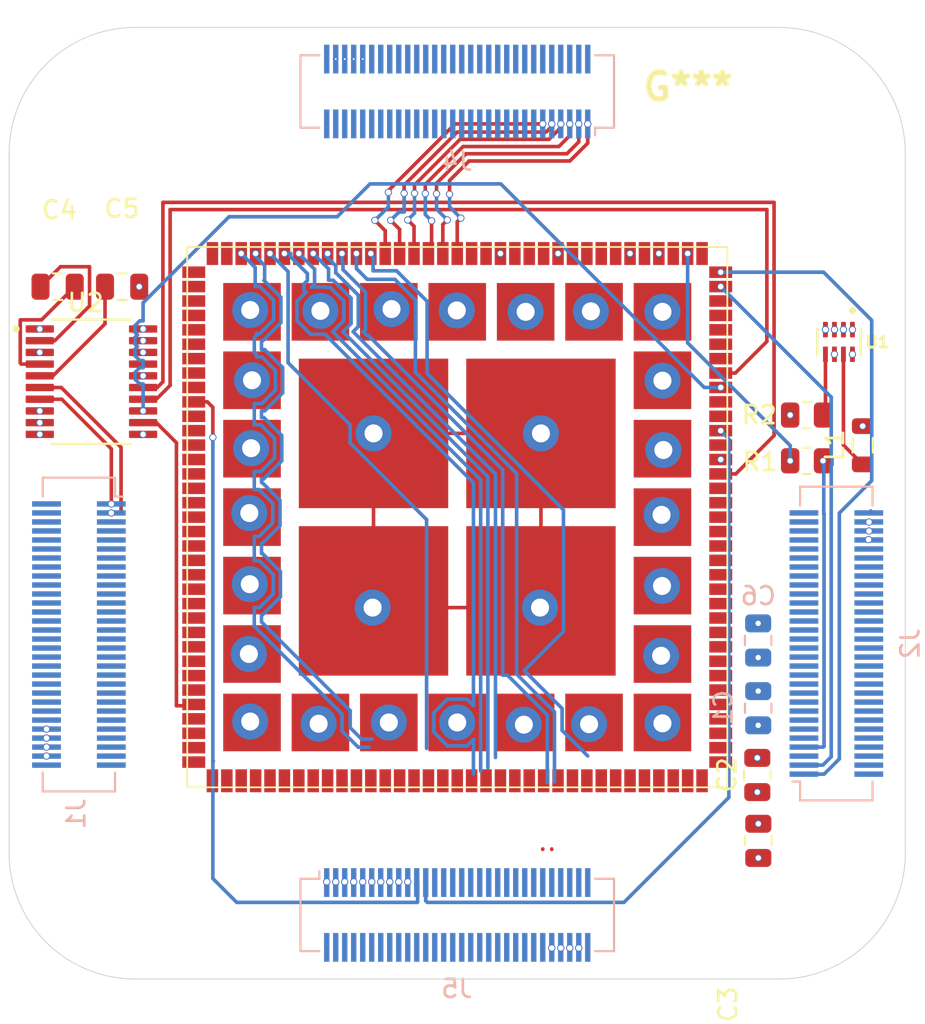
<source format=kicad_pcb>
(kicad_pcb (version 20241229) (generator "pcbnew") (generator_version "9.0")
  (layers (0 "F.Cu" signal) (4 "In1.Cu" signal) (6 "In2.Cu" signal) (8 "In3.Cu" signal) (10 "In4.Cu" signal) (2 "B.Cu" signal) (13 "F.Paste" user) (15 "B.Paste" user) (5 "F.SilkS" user "F.Silkscreen") (7 "B.SilkS" user "B.Silkscreen") (1 "F.Mask" user) (3 "B.Mask" user) (25 "Edge.Cuts" user))
  (net 0 "")
  (net 3 "+5V")
  (net 13 "+3.3V")
  (net 31 "Net-(U2-CAPM)")
  (net 41 "Net-(U2-CAPP)")
  (net 56 "Net-(U2-VNEG)")
  (net 57 "+3.7VBAT")
  (net 112 "/AUDIO_RIGHT")
  (net 113 "/AUDIO_LEFT")
  (net 114 "/USB_N")
  (net 115 "/USB_VBUS_DET")
  (net 116 "/USB_P")
  (net 117 "/SAI_BITCLOCK")
  (net 118 "Net-(MCM93_MOD1-Pad2)")
  (net 119 "/AUDIO_DATA_OUT")
  (net 120 "/AUDIO_FRAME_CLOCK")
  (net 121 "Net-(U1-VSET)")
  (net 122 "Net-(U1-SW)")
  (net 326 "GND")
  (net 327 "/CSI_D1_N")
  (net 328 "/CSI_CLK_N")
  (net 329 "/CSI_CLK_P")
  (net 330 "/CSI_D0_N")
  (net 331 "/CSI_D1_P")
  (net 332 "/CSI_D0_P")
  (net 333 "/I2C3_SCL")
  (net 334 "/DSI_CLK_P")
  (net 335 "/DSI_D3_N")
  (net 336 "/DSI_D2_P")
  (net 337 "/I2C3_SDA")
  (net 338 "/DSI_D0_N")
  (net 339 "/DSI_D3_P")
  (net 340 "/DSI_D1_N")
  (net 341 "/DSI_D1_P")
  (net 342 "/DSI_D2_N")
  (net 343 "/DSI_CLK_N")
  (net 344 "/DSI_D0_P")
  (footprint "MountingHole:MountingHole_2.2mm_M2" (layer "F.Cu") (at 172.72 116.84)
    (property "Reference" "REF**" (hide yes))
    (property "Value" "MountingHole_2.2mm_M2" (hide yes))
  )
  (footprint "Resistor_SMD:R_0805_2012Metric" (layer "F.Cu") (at 171.8075 91.62415)
    (property "Reference" "R1")
    (property "Value" "100Kohm")
  )
  (footprint "TPS62840:SON50P200X150X100-8N" (layer "F.Cu") (at 173.603912 85.026087 -90)
    (property "Reference" "U1")
    (property "Value" "TPS62840DLCR")
  )
  (footprint "LOGO" (layer "F.Cu") (at 165.22508 70.862778)
    (property "Reference" "G***")
    (property "Value" "LOGO" (hide yes))
  )
  (footprint "Inductor_SMD:L_0805_2012Metric" (layer "F.Cu") (at 174.92374 90.762079 90)
    (property "Reference" "L1")
    (property "Value" "2.2uH")
  )
  (footprint "MountingHole:MountingHole_2.2mm_M2" (layer "F.Cu") (at 172.72 71.12)
    (property "Reference" "REF**" (hide yes))
    (property "Value" "MountingHole_2.2mm_M2" (hide yes))
  )
  (footprint "PCM5102APWR:SOP65P640X120-20N" (layer "F.Cu") (at 132.08 87.230139)
    (property "Reference" "U2")
    (property "Value" "PCM5102APWR")
  )
  (footprint "MountingHole:MountingHole_2.2mm_M2" (layer "F.Cu") (at 132.08 71.12)
    (property "Reference" "REF**" (hide yes))
    (property "Value" "MountingHole_2.2mm_M2" (hide yes))
  )
  (footprint "Capacitor_SMD:C_0805_2012Metric" (layer "F.Cu") (at 130.200477 81.957219)
    (property "Reference" "C4")
    (property "Value" "2.2uF")
  )
  (footprint "LGA:LGA-140-080-30x30-iMX93" (layer "F.Cu") (at 152.4 94.75244)
    (property "Reference" "MCM93_MOD1" (hide yes))
    (property "Value" "MCM93_MOD" (hide yes))
  )
  (footprint "Capacitor_SMD:C_0805_2012Metric" (layer "F.Cu") (at 169.125 112.725 90)
    (property "Reference" "C3")
    (property "Value" "10uF")
  )
  (footprint "MountingHole:MountingHole_2.2mm_M2" (layer "F.Cu") (at 132.08 116.84)
    (property "Reference" "REF**" (hide yes))
    (property "Value" "MountingHole_2.2mm_M2" (hide yes))
  )
  (footprint "Capacitor_SMD:C_0805_2012Metric" (layer "F.Cu") (at 169.068693 109.068558 90)
    (property "Reference" "C2")
    (property "Value" "4.7uF")
  )
  (footprint "Resistor_SMD:R_0805_2012Metric" (layer "F.Cu") (at 171.8075 89.085009)
    (property "Reference" "R2")
    (property "Value" "267K")
  )
  (footprint "Capacitor_SMD:C_0805_2012Metric" (layer "F.Cu") (at 133.784141 81.957219)
    (property "Reference" "C5")
    (property "Value" "2.2uF")
  )
  (footprint "Capacitor_SMD:C_0805_2012Metric" (layer "B.Cu") (at 169.115906 101.6 90)
    (property "Reference" "C6")
    (property "Value" "22uF")
  )
  (footprint "Connector_Hirose:Hirose_DF12_DF12E3.0-60DP-0.5V_2x30_P0.50mm_Vertical" (layer "B.Cu") (at 152.4 116.84)
    (property "Reference" "J5")
    (property "Value" "Conn_2Rows-59Pins")
  )
  (footprint "Capacitor_SMD:C_0805_2012Metric" (layer "B.Cu") (at 169.118607 105.361699 -90)
    (property "Reference" "C1")
    (property "Value" "22uF")
  )
  (footprint "Connector_Hirose:Hirose_DF12_DF12E3.0-60DP-0.5V_2x30_P0.50mm_Vertical" (layer "B.Cu") (at 152.4 71.12 180)
    (property "Reference" "J4")
    (property "Value" "Conn_2Rows-59Pins")
  )
  (footprint "Connector_Hirose:Hirose_DF12_DF12E3.0-60DP-0.5V_2x30_P0.50mm_Vertical" (layer "B.Cu") (at 173.46 101.77 90)
    (property "Reference" "J2")
    (property "Value" "Conn_2Rows-59Pins")
  )
  (footprint "Connector_Hirose:Hirose_DF12_DF12E3.0-60DP-0.5V_2x30_P0.50mm_Vertical" (layer "B.Cu") (at 131.383729 101.27 -90)
    (property "Reference" "J1")
    (property "Value" "Conn_2Rows-59Pins")
  )
  (gr_arc (start 177.292 113.396) (mid 175.241747 118.345747) (end 170.292 120.396) (stroke (width 0.05)) (layer "Edge.Cuts"))
  (gr_arc (start 170.292 67.564) (mid 175.241747 69.614253) (end 177.292 74.564) (stroke (width 0.05)) (layer "Edge.Cuts"))
  (gr_line (start 177.292 74.564) (end 177.292 113.396) (stroke (width 0.05)) (layer "Edge.Cuts"))
  (gr_line (start 170.292 120.396) (end 134.508 120.396) (stroke (width 0.05)) (layer "Edge.Cuts"))
  (gr_arc (start 134.508 120.396) (mid 129.558253 118.345747) (end 127.508 113.396) (stroke (width 0.05)) (layer "Edge.Cuts"))
  (gr_arc (start 127.508 74.564) (mid 129.558253 69.614253) (end 134.508 67.564) (stroke (width 0.05)) (layer "Edge.Cuts"))
  (gr_line (start 127.508 113.396) (end 127.508 74.564) (stroke (width 0.05)) (layer "Edge.Cuts"))
  (gr_line (start 134.508 67.564) (end 170.292 67.564) (stroke (width 0.05)) (layer "Edge.Cuts"))
  (via blind (at 169.118607 104.411699) (size 0.4) (drill 0.3) (layers "F.Cu" "B.Cu") (net 3))
  (via blind (at 162 80.11544) (size 0.4) (drill 0.3) (layers "F.Cu" "B.Cu") (net 3))
  (via blind (at 154.8 80.11544) (size 0.4) (drill 0.3) (layers "F.Cu" "B.Cu") (net 3))
  (via blind (at 163.6 80.11544) (size 0.4) (drill 0.3) (layers "F.Cu" "B.Cu") (net 3))
  (via blind (at 157.65 118.675) (size 0.4) (drill 0.3) (layers "F.Cu" "B.Cu") (net 3))
  (via blind (at 173.853912 84.341087) (size 0.4) (drill 0.3) (layers "F.Cu" "B.Cu") (net 3))
  (via blind (at 147.15 69.32) (size 0.3) (drill 0.1) (layers "F.Cu" "B.Cu") (net 3))
  (via blind (at 173.353912 84.341087) (size 0.4) (drill 0.3) (layers "F.Cu" "B.Cu") (net 3))
  (via blind (at 129.583729 106.52) (size 0.4) (drill 0.3) (layers "F.Cu" "B.Cu") (net 3))
  (via blind (at 169.068693 110.018558) (size 0.4) (drill 0.3) (layers "F.Cu" "B.Cu") (net 3))
  (via blind (at 175.275 95.525) (size 0.4) (drill 0.3) (layers "F.Cu" "B.Cu") (net 3))
  (via blind (at 158 80.11544) (size 0.4) (drill 0.3) (layers "F.Cu" "B.Cu") (net 3))
  (via blind (at 129.583729 107.02) (size 0.4) (drill 0.3) (layers "F.Cu" "B.Cu") (net 13))
  (via blind (at 129.21 84.305139) (size 0.4) (drill 0.3) (layers "F.Cu" "B.Cu") (net 13))
  (via blind (at 169.125 113.675) (size 0.4) (drill 0.3) (layers "F.Cu" "B.Cu") (net 13))
  (via blind (at 129.21 88.855139) (size 0.4) (drill 0.3) (layers "F.Cu" "B.Cu") (net 13))
  (via blind (at 146.65 69.32) (size 0.3) (drill 0.1) (layers "F.Cu" "B.Cu") (net 13))
  (via blind (at 134.95 84.305139) (size 0.4) (drill 0.3) (layers "F.Cu" "B.Cu") (net 13))
  (via blind (at 174.92374 89.699579) (size 0.4) (drill 0.3) (layers "F.Cu" "B.Cu") (net 13))
  (via blind (at 174.353912 85.711087) (size 0.4) (drill 0.3) (layers "F.Cu" "B.Cu") (net 13))
  (via blind (at 158.15 118.675) (size 0.4) (drill 0.3) (layers "F.Cu" "B.Cu") (net 13))
  (segment (start 128.134861 83.799139) (end 128.124 83.81) (width 0.2) (layer "F.Cu") (net 31))
  (segment (start 131.150477 81.957219) (end 129.308557 83.799139) (width 0.2) (layer "F.Cu") (net 31))
  (segment (start 128.124 83.81) (end 128.124 86.194217) (width 0.2) (layer "F.Cu") (net 31))
  (segment (start 128.124 86.194217) (end 128.184922 86.255139) (width 0.2) (layer "F.Cu") (net 31))
  (segment (start 129.308557 83.799139) (end 128.134861 83.799139) (width 0.2) (layer "F.Cu") (net 31))
  (segment (start 128.184922 86.255139) (end 129.21 86.255139) (width 0.2) (layer "F.Cu") (net 31))
  (segment (start 130.044861 84.955139) (end 129.21 84.955139) (width 0.2) (layer "F.Cu") (net 41))
  (segment (start 131.975 83.025) (end 130.044861 84.955139) (width 0.2) (layer "F.Cu") (net 41))
  (segment (start 131.975 80.85) (end 131.975 83.025) (width 0.2) (layer "F.Cu") (net 41))
  (segment (start 130.357696 80.85) (end 131.975 80.85) (width 0.2) (layer "F.Cu") (net 41))
  (segment (start 129.250477 81.957219) (end 130.357696 80.85) (width 0.2) (layer "F.Cu") (net 41))
  (segment (start 132.834141 84.018076) (end 129.947078 86.905139) (width 0.2) (layer "F.Cu") (net 56))
  (segment (start 129.947078 86.905139) (end 129.21 86.905139) (width 0.2) (layer "F.Cu") (net 56))
  (segment (start 132.834141 81.957219) (end 132.834141 84.018076) (width 0.2) (layer "F.Cu") (net 56))
  (via blind (at 129.583729 107.52) (size 0.4) (drill 0.3) (layers "F.Cu" "B.Cu") (net 57))
  (via blind (at 146.15 69.32) (size 0.3) (drill 0.1) (layers "F.Cu" "B.Cu") (net 57))
  (via blind (at 175.25 96) (size 0.4) (drill 0.3) (layers "F.Cu" "B.Cu") (net 57))
  (via blind (at 158.65 118.675) (size 0.4) (drill 0.3) (layers "F.Cu" "B.Cu") (net 57))
  (via blind (at 169.115906 102.55) (size 0.4) (drill 0.3) (layers "F.Cu" "B.Cu") (net 57))
  (segment (start 133.183729 90.958729) (end 130.430139 88.205139) (width 0.2) (layer "F.Cu") (net 112))
  (segment (start 133.183729 94.02) (end 133.183729 90.958729) (width 0.2) (layer "F.Cu") (net 112))
  (segment (start 130.430139 88.205139) (end 129.21 88.205139) (width 0.2) (layer "F.Cu") (net 112))
  (via (at 133.183729 94.02) (size 0.4) (drill 0.3) (layers "F.Cu" "B.Cu") (net 112))
  (segment (start 133.716271 94.52) (end 133.725 94.511271) (width 0.2) (layer "F.Cu") (net 113))
  (segment (start 133.725 90.875) (end 130.405139 87.555139) (width 0.2) (layer "F.Cu") (net 113))
  (segment (start 130.405139 87.555139) (end 129.21 87.555139) (width 0.2) (layer "F.Cu") (net 113))
  (segment (start 133.183729 94.52) (end 133.716271 94.52) (width 0.2) (layer "F.Cu") (net 113))
  (segment (start 133.725 94.511271) (end 133.725 90.875) (width 0.2) (layer "F.Cu") (net 113))
  (via (at 133.183729 94.52) (size 0.4) (drill 0.3) (layers "F.Cu" "B.Cu") (net 113))
  (via (at 167.037 81.15244) (size 0.4) (drill 0.3) (layers "F.Cu" "B.Cu") (net 114))
  (segment (start 172.74756 81.15244) (end 172.75 81.15) (width 0.2) (layer "B.Cu") (net 114))
  (segment (start 167.037 81.15244) (end 172.74756 81.15244) (width 0.2) (layer "B.Cu") (net 114))
  (segment (start 175.42474 92.72526) (end 173.625 94.525) (width 0.2) (layer "B.Cu") (net 114))
  (segment (start 173.625 94.525) (end 173.625 108.1741) (width 0.2) (layer "B.Cu") (net 114))
  (segment (start 172.7791 109.02) (end 171.66 109.02) (width 0.2) (layer "B.Cu") (net 114))
  (segment (start 175.26 94.52) (end 175.375 94.405) (width 0.2) (layer "B.Cu") (net 114))
  (segment (start 175.42474 83.82474) (end 175.42474 92.72526) (width 0.2) (layer "B.Cu") (net 114))
  (segment (start 173.625 108.1741) (end 172.7791 109.02) (width 0.2) (layer "B.Cu") (net 114))
  (segment (start 172.75 81.15) (end 175.42474 83.82474) (width 0.2) (layer "B.Cu") (net 114))
  (via (at 172.72 91.62415) (size 0.4) (drill 0.3) (layers "F.Cu" "B.Cu") (net 115))
  (segment (start 172.73 107.52) (end 171.66 107.52) (width 0.2) (layer "B.Cu") (net 115))
  (segment (start 172.761 94.573) (end 172.761 91.66515) (width 0.2) (layer "B.Cu") (net 115))
  (segment (start 172.775 94.575) (end 172.775 107.475) (width 0.2) (layer "B.Cu") (net 115))
  (segment (start 172.761 91.66515) (end 172.72 91.62415) (width 0.2) (layer "B.Cu") (net 115))
  (segment (start 172.773 94.573) (end 172.775 94.575) (width 0.2) (layer "B.Cu") (net 115))
  (segment (start 172.761 94.573) (end 172.773 94.573) (width 0.2) (layer "B.Cu") (net 115))
  (segment (start 172.775 107.475) (end 172.73 107.52) (width 0.2) (layer "B.Cu") (net 115))
  (via (at 167.037 81.95244) (size 0.4) (drill 0.3) (layers "F.Cu" "B.Cu") (net 116))
  (segment (start 173.175 91.877671) (end 173.175 108.057) (width 0.2) (layer "B.Cu") (net 116))
  (segment (start 173.175 108.057) (end 172.712 108.52) (width 0.2) (layer "B.Cu") (net 116))
  (segment (start 173.175 88.09044) (end 173.175 91.370629) (width 0.2) (layer "B.Cu") (net 116))
  (segment (start 173.221 91.416629) (end 173.221 91.831671) (width 0.2) (layer "B.Cu") (net 116))
  (segment (start 172.712 108.52) (end 171.66 108.52) (width 0.2) (layer "B.Cu") (net 116))
  (segment (start 173.175 91.370629) (end 173.221 91.416629) (width 0.2) (layer "B.Cu") (net 116))
  (segment (start 167.037 81.95244) (end 173.175 88.09044) (width 0.2) (layer "B.Cu") (net 116))
  (segment (start 173.221 91.831671) (end 173.175 91.877671) (width 0.2) (layer "B.Cu") (net 116))
  (via (at 167.037 87.55244) (size 0.4) (drill 0.3) (layers "F.Cu" "B.Cu") (net 117))
  (via (at 134.95 88.855139) (size 0.4) (drill 0.3) (layers "F.Cu" "B.Cu") (net 117))
  (segment (start 167.037 87.55244) (end 166.12256 87.55244) (width 0.2) (layer "B.Cu") (net 117))
  (segment (start 134.95 86.454139) (end 134.763189 86.454139) (width 0.2) (layer "B.Cu") (net 117))
  (segment (start 134.763189 83.854139) (end 134.499 84.118328) (width 0.2) (layer "B.Cu") (net 117))
  (segment (start 147.555139 76.25) (end 145.730139 78.075) (width 0.2) (layer "B.Cu") (net 117))
  (segment (start 134.499 86.718328) (end 134.499 87.09195) (width 0.2) (layer "B.Cu") (net 117))
  (segment (start 154.82012 76.25) (end 147.555139 76.25) (width 0.2) (layer "B.Cu") (net 117))
  (segment (start 145.730139 78.075) (end 139.725 78.075) (width 0.2) (layer "B.Cu") (net 117))
  (segment (start 134.499 84.49195) (end 134.637189 84.630139) (width 0.2) (layer "B.Cu") (net 117))
  (segment (start 134.499 84.118328) (end 134.499 84.49195) (width 0.2) (layer "B.Cu") (net 117))
  (segment (start 134.499 85.418328) (end 134.499 85.79195) (width 0.2) (layer "B.Cu") (net 117))
  (segment (start 134.637189 84.630139) (end 134.499 84.768328) (width 0.2) (layer "B.Cu") (net 117))
  (segment (start 134.763189 86.056139) (end 134.95 86.056139) (width 0.2) (layer "B.Cu") (net 117))
  (segment (start 134.499 87.09195) (end 134.763189 87.356139) (width 0.2) (layer "B.Cu") (net 117))
  (segment (start 134.763189 86.454139) (end 134.499 86.718328) (width 0.2) (layer "B.Cu") (net 117))
  (segment (start 134.499 84.768328) (end 134.499 85.14195) (width 0.2) (layer "B.Cu") (net 117))
  (segment (start 134.95 87.356139) (end 134.95 88.855139) (width 0.2) (layer "B.Cu") (net 117))
  (segment (start 134.763189 87.356139) (end 134.95 87.356139) (width 0.2) (layer "B.Cu") (net 117))
  (segment (start 139.725 78.075) (end 134.95 82.85) (width 0.2) (layer "B.Cu") (net 117))
  (segment (start 134.637189 85.280139) (end 134.499 85.418328) (width 0.2) (layer "B.Cu") (net 117))
  (segment (start 134.499 85.14195) (end 134.637189 85.280139) (width 0.2) (layer "B.Cu") (net 117))
  (segment (start 134.95 83.854139) (end 134.763189 83.854139) (width 0.2) (layer "B.Cu") (net 117))
  (segment (start 134.95 86.056139) (end 134.95 86.454139) (width 0.2) (layer "B.Cu") (net 117))
  (segment (start 134.499 85.79195) (end 134.763189 86.056139) (width 0.2) (layer "B.Cu") (net 117))
  (segment (start 166.12256 87.55244) (end 154.82012 76.25) (width 0.2) (layer "B.Cu") (net 117))
  (segment (start 134.95 82.85) (end 134.95 83.854139) (width 0.2) (layer "B.Cu") (net 117))
  (via (at 165.2 80.11544) (size 0.4) (drill 0.3) (layers "F.Cu" "B.Cu") (net 118))
  (via (at 170.895 91.62415) (size 0.4) (drill 0.3) (layers "F.Cu" "B.Cu") (net 118))
  (segment (start 170.895 90.772629) (end 165.2 85.077629) (width 0.2) (layer "B.Cu") (net 118))
  (segment (start 165.2 85.077629) (end 165.2 80.11544) (width 0.2) (layer "B.Cu") (net 118))
  (segment (start 170.895 91.62415) (end 170.895 90.772629) (width 0.2) (layer "B.Cu") (net 118))
  (segment (start 136.8 90.618061) (end 136.8 105.225) (width 0.2) (layer "F.Cu") (net 119))
  (segment (start 167.84756 86.75244) (end 167.037 86.75244) (width 0.2) (layer "F.Cu") (net 119))
  (segment (start 136.451 87.441217) (end 136.451 77.676) (width 0.2) (layer "F.Cu") (net 119))
  (segment (start 169.599 85.001) (end 167.84756 86.75244) (width 0.2) (layer "F.Cu") (net 119))
  (segment (start 136.8 105.225) (end 137.68944 105.225) (width 0.2) (layer "F.Cu") (net 119))
  (segment (start 135.687078 89.505139) (end 136.8 90.618061) (width 0.2) (layer "F.Cu") (net 119))
  (segment (start 136.451 77.676) (end 169.599 77.676) (width 0.2) (layer "F.Cu") (net 119))
  (segment (start 135.687078 88.205139) (end 136.451 87.441217) (width 0.2) (layer "F.Cu") (net 119))
  (segment (start 134.95 89.505139) (end 135.687078 89.505139) (width 0.2) (layer "F.Cu") (net 119))
  (segment (start 137.68944 105.225) (end 137.762 105.15244) (width 0.2) (layer "F.Cu") (net 119))
  (segment (start 169.599 77.676) (end 169.599 85.001) (width 0.2) (layer "F.Cu") (net 119))
  (segment (start 134.95 88.205139) (end 135.687078 88.205139) (width 0.2) (layer "F.Cu") (net 119))
  (segment (start 170 77.275) (end 170 90.22694) (width 0.2) (layer "F.Cu") (net 120))
  (segment (start 135.734999 87.555139) (end 136.05 87.240138) (width 0.2) (layer "F.Cu") (net 120))
  (segment (start 170 90.22694) (end 167.8745 92.35244) (width 0.2) (layer "F.Cu") (net 120))
  (segment (start 136.05 87.240138) (end 136.05 77.275) (width 0.2) (layer "F.Cu") (net 120))
  (segment (start 136.05 77.275) (end 170 77.275) (width 0.2) (layer "F.Cu") (net 120))
  (segment (start 167.8745 92.35244) (end 167.037 92.35244) (width 0.2) (layer "F.Cu") (net 120))
  (segment (start 134.95 87.555139) (end 135.734999 87.555139) (width 0.2) (layer "F.Cu") (net 120))
  (segment (start 172.853912 85.711087) (end 172.853912 88.951097) (width 0.2) (layer "F.Cu") (net 121))
  (segment (start 172.853912 88.951097) (end 172.72 89.085009) (width 0.2) (layer "F.Cu") (net 121))
  (segment (start 174.92374 91.824579) (end 173.853912 90.754751) (width 0.2) (layer "F.Cu") (net 122))
  (segment (start 173.853912 90.754751) (end 173.853912 85.711087) (width 0.2) (layer "F.Cu") (net 122))
  (segment (start 157.05 90.10244) (end 157.05 99.725) (width 0.2) (layer "F.Cu") (net 326))
  (segment (start 140.825 106.025) (end 140.9 106.1) (width 0.2) (layer "F.Cu") (net 326))
  (segment (start 147.75 99.725) (end 147.75 90.10244) (width 0.2) (layer "F.Cu") (net 326))
  (segment (start 163.8 98.6) (end 163.775 98.575) (width 0.2) (layer "F.Cu") (net 326))
  (segment (start 163.8 102.525) (end 163.725 102.45) (width 0.2) (layer "F.Cu") (net 326))
  (segment (start 148.825 83.275) (end 148.75 83.2) (width 0.2) (layer "F.Cu") (net 326))
  (segment (start 141 94.375) (end 140.85 94.525) (width 0.2) (layer "F.Cu") (net 326))
  (segment (start 147.7 99.775) (end 147.75 99.725) (width 0.2) (layer "F.Cu") (net 326))
  (segment (start 157 99.775) (end 147.7 99.775) (width 0.2) (layer "F.Cu") (net 326))
  (segment (start 152.45244 83.35244) (end 152.375 83.275) (width 0.2) (layer "F.Cu") (net 326))
  (segment (start 163.8 91.075) (end 163.85 91.025) (width 0.2) (layer "F.Cu") (net 326))
  (segment (start 141 98.35) (end 140.875 98.475) (width 0.2) (layer "F.Cu") (net 326))
  (segment (start 141 90.875) (end 140.95 90.925) (width 0.2) (layer "F.Cu") (net 326))
  (segment (start 159.825 83.325) (end 159.79756 83.35244) (width 0.2) (layer "F.Cu") (net 326))
  (segment (start 144.8 87.15244) (end 147.75 90.10244) (width 0.2) (layer "F.Cu") (net 326))
  (segment (start 157.05 99.725) (end 157 99.775) (width 0.2) (layer "F.Cu") (net 326))
  (segment (start 159.62988 106.15244) (end 159.725 106.24756) (width 0.2) (layer "F.Cu") (net 326))
  (segment (start 147.75 90.10244) (end 157.05 90.10244) (width 0.2) (layer "F.Cu") (net 326))
  (segment (start 141 102.175) (end 140.825 102.35) (width 0.2) (layer "F.Cu") (net 326))
  (segment (start 140.9 83.25244) (end 141 83.35244) (width 0.2) (layer "F.Cu") (net 326))
  (via blind (at 173.353912 85.711087) (size 0.4) (drill 0.3) (layers "F.Cu" "B.Cu") (net 326))
  (via blind (at 140.95 90.925) (size 2) (drill 1) (layers "F.Cu" "B.Cu") (net 326))
  (via blind (at 140.9 106.1) (size 2) (drill 1) (layers "F.Cu" "B.Cu") (net 326))
  (via blind (at 129.583729 108.02) (size 0.4) (drill 0.3) (layers "F.Cu" "B.Cu") (net 326))
  (via blind (at 163.75 94.625) (size 2) (drill 1) (layers "F.Cu" "B.Cu") (net 326))
  (via blind (at 152.4 106.15244) (size 2) (drill 1) (layers "F.Cu" "B.Cu") (net 326))
  (via blind (at 174.353912 84.341087) (size 0.4) (drill 0.3) (layers "F.Cu" "B.Cu") (net 326))
  (via blind (at 148.75 83.2) (size 2) (drill 1) (layers "F.Cu" "B.Cu") (net 326))
  (via blind (at 169.118607 106.311699) (size 0.4) (drill 0.3) (layers "F.Cu" "B.Cu") (net 326))
  (via blind (at 167.037 91.55244) (size 0.4) (drill 0.3) (layers "F.Cu" "B.Cu") (net 326))
  (via blind (at 169.115906 100.65) (size 0.4) (drill 0.3) (layers "F.Cu" "B.Cu") (net 326))
  (via blind (at 134.734141 81.957219) (size 0.4) (drill 0.3) (layers "F.Cu" "B.Cu") (net 326))
  (via blind (at 134.95 85.605139) (size 0.4) (drill 0.3) (layers "F.Cu" "B.Cu") (net 326))
  (via blind (at 157 99.775) (size 2) (drill 1) (layers "F.Cu" "B.Cu") (net 326))
  (via blind (at 159.725 106.24756) (size 2) (drill 1) (layers "F.Cu" "B.Cu") (net 326))
  (via blind (at 169.125 111.775) (size 0.4) (drill 0.3) (layers "F.Cu" "B.Cu") (net 326))
  (via blind (at 134.95 84.955139) (size 0.4) (drill 0.3) (layers "F.Cu" "B.Cu") (net 326))
  (via blind (at 140.875 98.475) (size 2) (drill 1) (layers "F.Cu" "B.Cu") (net 326))
  (via blind (at 163.725 102.45) (size 2) (drill 1) (layers "F.Cu" "B.Cu") (net 326))
  (via blind (at 129.21 85.605139) (size 0.4) (drill 0.3) (layers "F.Cu" "B.Cu") (net 326))
  (via blind (at 159.825 83.325) (size 2) (drill 1) (layers "F.Cu" "B.Cu") (net 326))
  (via blind (at 134.95 86.905139) (size 0.4) (drill 0.3) (layers "F.Cu" "B.Cu") (net 326))
  (via blind (at 140.85 94.525) (size 2) (drill 1) (layers "F.Cu" "B.Cu") (net 326))
  (via blind (at 144.7 106.22256) (size 2) (drill 1) (layers "F.Cu" "B.Cu") (net 326))
  (via blind (at 163.8 106.2) (size 2) (drill 1) (layers "F.Cu" "B.Cu") (net 326))
  (via blind (at 129.21 89.505139) (size 0.4) (drill 0.3) (layers "F.Cu" "B.Cu") (net 326))
  (via blind (at 140.825 102.35) (size 2) (drill 1) (layers "F.Cu" "B.Cu") (net 326))
  (via blind (at 152.375 83.275) (size 2) (drill 1) (layers "F.Cu" "B.Cu") (net 326))
  (via blind (at 141 87.15244) (size 2) (drill 1) (layers "F.Cu" "B.Cu") (net 326))
  (via blind (at 156.1 106.275) (size 2) (drill 1) (layers "F.Cu" "B.Cu") (net 326))
  (via blind (at 147.75 90.10244) (size 2) (drill 1) (layers "F.Cu" "B.Cu") (net 326))
  (via blind (at 145.65 69.32) (size 0.3) (drill 0.1) (layers "F.Cu" "B.Cu") (net 326))
  (via blind (at 159.15 118.675) (size 0.4) (drill 0.3) (layers "F.Cu" "B.Cu") (net 326))
  (via blind (at 163.775 98.575) (size 2) (drill 1) (layers "F.Cu" "B.Cu") (net 326))
  (via blind (at 163.8 87.175) (size 2) (drill 1) (layers "F.Cu" "B.Cu") (net 326))
  (via blind (at 163.8 83.35244) (size 2) (drill 1) (layers "F.Cu" "B.Cu") (net 326))
  (via blind (at 148.6 106.15244) (size 2) (drill 1) (layers "F.Cu" "B.Cu") (net 326))
  (via blind (at 169.068693 108.118558) (size 0.4) (drill 0.3) (layers "F.Cu" "B.Cu") (net 326))
  (via blind (at 156.2 83.35244) (size 2) (drill 1) (layers "F.Cu" "B.Cu") (net 326))
  (via blind (at 144.8 83.3) (size 2) (drill 1) (layers "F.Cu" "B.Cu") (net 326))
  (via blind (at 163.85 91.025) (size 2) (drill 1) (layers "F.Cu" "B.Cu") (net 326))
  (via blind (at 129.21 90.155139) (size 0.4) (drill 0.3) (layers "F.Cu" "B.Cu") (net 326))
  (via blind (at 140.9 83.25244) (size 2) (drill 1) (layers "F.Cu" "B.Cu") (net 326))
  (via blind (at 134.95 90.155139) (size 0.4) (drill 0.3) (layers "F.Cu" "B.Cu") (net 326))
  (via blind (at 175.275 95.025) (size 0.4) (drill 0.3) (layers "F.Cu" "B.Cu") (net 326))
  (via blind (at 147.7 99.775) (size 2) (drill 1) (layers "F.Cu" "B.Cu") (net 326))
  (via blind (at 172.853912 84.341087) (size 0.4) (drill 0.3) (layers "F.Cu" "B.Cu") (net 326))
  (via blind (at 170.895 89.085009) (size 0.4) (drill 0.3) (layers "F.Cu" "B.Cu") (net 326))
  (via blind (at 157.05 90.10244) (size 2) (drill 1) (layers "F.Cu" "B.Cu") (net 326))
  (segment (start 175.211 95.069) (end 175.26 95.02) (width 0.2) (layer "B.Cu") (net 326))
  (segment (start 149.2 78.775) (end 149.2 80.11544) (width 0.2) (layer "F.Cu") (net 327))
  (segment (start 157.65 72.92) (end 157.65 73.057811) (width 0.2) (layer "F.Cu") (net 327))
  (segment (start 157.65 73.057811) (end 157.332811 73.375) (width 0.2) (layer "F.Cu") (net 327))
  (segment (start 152.3921 73.375) (end 149.45 76.3171) (width 0.2) (layer "F.Cu") (net 327))
  (segment (start 157.332811 73.375) (end 152.3921 73.375) (width 0.2) (layer "F.Cu") (net 327))
  (segment (start 149.45 76.3171) (end 149.45 76.775) (width 0.2) (layer "F.Cu") (net 327))
  (segment (start 148.7 78.275) (end 149.2 78.775) (width 0.2) (layer "F.Cu") (net 327))
  (via (at 148.7 78.275) (size 0.4) (drill 0.3) (layers "F.Cu" "B.Cu") (net 327))
  (via (at 157.65 72.92) (size 0.4) (drill 0.3) (layers "F.Cu" "B.Cu") (net 327))
  (via (at 149.45 76.775) (size 0.4) (drill 0.3) (layers "F.Cu" "B.Cu") (net 327))
  (segment (start 149.45 77.812189) (end 149.162811 77.812189) (width 0.2) (layer "B.Cu") (net 327))
  (segment (start 149.45 76.775) (end 149.5 76.825) (width 0.2) (layer "B.Cu") (net 327))
  (segment (start 149.45 76.775) (end 149.45 77.812189) (width 0.2) (layer "B.Cu") (net 327))
  (segment (start 149.162811 77.812189) (end 148.7 78.275) (width 0.2) (layer "B.Cu") (net 327))
  (segment (start 151.975 76.0605) (end 151.975 76.825) (width 0.2) (layer "F.Cu") (net 328))
  (segment (start 153.0565 74.979) (end 151.975 76.0605) (width 0.2) (layer "F.Cu") (net 328))
  (segment (start 159.65 72.92) (end 159.65 73.9871) (width 0.2) (layer "F.Cu") (net 328))
  (segment (start 152.4 78.35) (end 152.4 80.11544) (width 0.2) (layer "F.Cu") (net 328))
  (segment (start 159.65 73.9871) (end 158.6581 74.979) (width 0.2) (layer "F.Cu") (net 328))
  (segment (start 152.6 78.15) (end 152.4 78.35) (width 0.2) (layer "F.Cu") (net 328))
  (segment (start 158.6581 74.979) (end 153.0565 74.979) (width 0.2) (layer "F.Cu") (net 328))
  (via (at 152.6 78.15) (size 0.4) (drill 0.3) (layers "F.Cu" "B.Cu") (net 328))
  (via (at 159.65 72.92) (size 0.4) (drill 0.3) (layers "F.Cu" "B.Cu") (net 328))
  (via (at 151.975 76.825) (size 0.4) (drill 0.3) (layers "F.Cu" "B.Cu") (net 328))
  (segment (start 151.975 76.825) (end 151.975 77.525) (width 0.2) (layer "B.Cu") (net 328))
  (segment (start 151.975 77.525) (end 152.6 78.15) (width 0.2) (layer "B.Cu") (net 328))
  (segment (start 151.6 78.5) (end 151.6 80.11544) (width 0.2) (layer "F.Cu") (net 329))
  (segment (start 159.15 73.92) (end 158.492 74.578) (width 0.2) (layer "F.Cu") (net 329))
  (segment (start 158.492 74.578) (end 152.8904 74.578) (width 0.2) (layer "F.Cu") (net 329))
  (segment (start 159.15 72.92) (end 159.15 73.92) (width 0.2) (layer "F.Cu") (net 329))
  (segment (start 152.8904 74.578) (end 151.25 76.2184) (width 0.2) (layer "F.Cu") (net 329))
  (segment (start 151.25 76.2184) (end 151.25 76.8) (width 0.2) (layer "F.Cu") (net 329))
  (segment (start 151.85 78.25) (end 151.6 78.5) (width 0.2) (layer "F.Cu") (net 329))
  (via (at 159.15 72.92) (size 0.4) (drill 0.3) (layers "F.Cu" "B.Cu") (net 329))
  (via (at 151.25 76.8) (size 0.4) (drill 0.3) (layers "F.Cu" "B.Cu") (net 329))
  (via (at 151.85 78.25) (size 0.4) (drill 0.3) (layers "F.Cu" "B.Cu") (net 329))
  (segment (start 151.25 76.8) (end 151.25 77.65) (width 0.2) (layer "B.Cu") (net 329))
  (segment (start 151.25 77.65) (end 151.85 78.25) (width 0.2) (layer "B.Cu") (net 329))
  (segment (start 150.975 78.3) (end 150.975 79.94044) (width 0.2) (layer "F.Cu") (net 330))
  (segment (start 150.625 76.2763) (end 150.625 76.78815) (width 0.2) (layer "F.Cu") (net 330))
  (segment (start 150.975 79.94044) (end 150.8 80.11544) (width 0.2) (layer "F.Cu") (net 330))
  (segment (start 158.65 72.92) (end 158.65 73.57) (width 0.2) (layer "F.Cu") (net 330))
  (segment (start 158.043 74.177) (end 152.7243 74.177) (width 0.2) (layer "F.Cu") (net 330))
  (segment (start 158.65 73.57) (end 158.043 74.177) (width 0.2) (layer "F.Cu") (net 330))
  (segment (start 152.7243 74.177) (end 150.625 76.2763) (width 0.2) (layer "F.Cu") (net 330))
  (via (at 150.975 78.3) (size 0.4) (drill 0.3) (layers "F.Cu" "B.Cu") (net 330))
  (via (at 158.65 72.92) (size 0.4) (drill 0.3) (layers "F.Cu" "B.Cu") (net 330))
  (via (at 150.625 76.78815) (size 0.4) (drill 0.3) (layers "F.Cu" "B.Cu") (net 330))
  (segment (start 150.625 76.78815) (end 150.625 77.95) (width 0.2) (layer "B.Cu") (net 330))
  (segment (start 150.625 77.95) (end 150.975 78.3) (width 0.2) (layer "B.Cu") (net 330))
  (segment (start 152.28 72.92) (end 148.575 76.625) (width 0.2) (layer "F.Cu") (net 331))
  (segment (start 148.4 78.85) (end 148.4 80.11544) (width 0.2) (layer "F.Cu") (net 331))
  (segment (start 157.15 72.92) (end 152.28 72.92) (width 0.2) (layer "F.Cu") (net 331))
  (segment (start 148.575 76.625) (end 148.575 76.725) (width 0.2) (layer "F.Cu") (net 331))
  (segment (start 147.825 78.275) (end 148.4 78.85) (width 0.2) (layer "F.Cu") (net 331))
  (via (at 148.575 76.725) (size 0.4) (drill 0.3) (layers "F.Cu" "B.Cu") (net 331))
  (via (at 147.825 78.275) (size 0.4) (drill 0.3) (layers "F.Cu" "B.Cu") (net 331))
  (via (at 157.15 72.92) (size 0.4) (drill 0.3) (layers "F.Cu" "B.Cu") (net 331))
  (segment (start 148.575 77.525) (end 147.825 78.275) (width 0.2) (layer "B.Cu") (net 331))
  (segment (start 148.575 77.425) (end 148.575 77.525) (width 0.2) (layer "B.Cu") (net 331))
  (segment (start 148.575 76.725) (end 148.575 77.425) (width 0.2) (layer "B.Cu") (net 331))
  (segment (start 150 78.6) (end 150 80.11544) (width 0.2) (layer "F.Cu") (net 332))
  (segment (start 152.5582 73.776) (end 157.498911 73.776) (width 0.2) (layer "F.Cu") (net 332))
  (segment (start 158.15 73.124911) (end 158.15 72.92) (width 0.2) (layer "F.Cu") (net 332))
  (segment (start 150.025 76.775) (end 150.025 76.3092) (width 0.2) (layer "F.Cu") (net 332))
  (segment (start 149.65 78.25) (end 150 78.6) (width 0.2) (layer "F.Cu") (net 332))
  (segment (start 150.025 76.3092) (end 152.5582 73.776) (width 0.2) (layer "F.Cu") (net 332))
  (segment (start 157.498911 73.776) (end 158.15 73.124911) (width 0.2) (layer "F.Cu") (net 332))
  (via (at 150.025 76.775) (size 0.4) (drill 0.3) (layers "F.Cu" "B.Cu") (net 332))
  (via (at 158.15 72.92) (size 0.4) (drill 0.3) (layers "F.Cu" "B.Cu") (net 332))
  (via (at 149.65 78.25) (size 0.4) (drill 0.3) (layers "F.Cu" "B.Cu") (net 332))
  (segment (start 150.025 77.875) (end 149.65 78.25) (width 0.2) (layer "B.Cu") (net 332))
  (segment (start 150.025 76.775) (end 150.025 77.875) (width 0.2) (layer "B.Cu") (net 332))
  (segment (start 138.825 88.65594) (end 138.825 90.25) (width 0.2) (layer "F.Cu") (net 333))
  (segment (start 138.825 90.25) (end 138.825 90.325) (width 0.2) (layer "F.Cu") (net 333))
  (segment (start 138.5215 88.35244) (end 138.825 88.65594) (width 0.2) (layer "F.Cu") (net 333))
  (segment (start 138.825 108.275) (end 138.85 108.3) (width 0.2) (layer "F.Cu") (net 333))
  (segment (start 137.762 88.35244) (end 138.5215 88.35244) (width 0.2) (layer "F.Cu") (net 333))
  (via (at 138.825 90.325) (size 0.4) (drill 0.3) (layers "F.Cu" "B.Cu") (net 333))
  (segment (start 150.184 116.141) (end 150.199 116.126) (width 0.2) (layer "B.Cu") (net 333))
  (segment (start 138.825 114.82) (end 140.146 116.141) (width 0.2) (layer "B.Cu") (net 333))
  (segment (start 150.199 116.126) (end 150.199 115.089) (width 0.2) (layer "B.Cu") (net 333))
  (segment (start 138.825 90.325) (end 138.825 114.82) (width 0.2) (layer "B.Cu") (net 333))
  (segment (start 150.199 115.089) (end 150.15 115.04) (width 0.2) (layer "B.Cu") (net 333))
  (segment (start 140.146 116.141) (end 150.184 116.141) (width 0.2) (layer "B.Cu") (net 333))
  (via (at 146.8 80.11544) (size 0.4) (drill 0.3) (layers "F.Cu" "B.Cu") (net 334))
  (via (at 145.65 115) (size 0.4) (drill 0.3) (layers "F.Cu" "B.Cu") (net 334))
  (segment (start 157.802 105.570008) (end 157.802 109.45) (width 0.2) (layer "B.Cu") (net 334))
  (segment (start 150.075 82.685108) (end 150.075 86.7079) (width 0.2) (layer "B.Cu") (net 334))
  (segment (start 146.8 80.95) (end 147.4 81.55) (width 0.2) (layer "B.Cu") (net 334))
  (segment (start 150.075 86.7079) (end 155.699 92.3319) (width 0.2) (layer "B.Cu") (net 334))
  (segment (start 148.939892 81.55) (end 150.075 82.685108) (width 0.2) (layer "B.Cu") (net 334))
  (segment (start 155.699 103.467008) (end 157.802 105.570008) (width 0.2) (layer "B.Cu") (net 334))
  (segment (start 147.4 81.55) (end 148.939892 81.55) (width 0.2) (layer "B.Cu") (net 334))
  (segment (start 146.8 80.11544) (end 146.8 80.95) (width 0.2) (layer "B.Cu") (net 334))
  (segment (start 155.699 92.3319) (end 155.699 103.467008) (width 0.2) (layer "B.Cu") (net 334))
  (via (at 149.15 115) (size 0.4) (drill 0.3) (layers "F.Cu" "B.Cu") (net 335))
  (via (at 141.2 80.11544) (size 0.4) (drill 0.3) (layers "F.Cu" "B.Cu") (net 335))
  (segment (start 141.526 96.773) (end 141.526 96.227) (width 0.2) (layer "B.Cu") (net 335))
  (segment (start 142.552 95.229992) (end 142.552 93.820008) (width 0.2) (layer "B.Cu") (net 335))
  (segment (start 142.702 87.857432) (end 142.702 86.447448) (width 0.2) (layer "B.Cu") (net 335))
  (segment (start 141.704992 85.45044) (end 141.526 85.45044) (width 0.2) (layer "B.Cu") (net 335))
  (segment (start 141.526 92.823) (end 141.526 92.627) (width 0.2) (layer "B.Cu") (net 335))
  (segment (start 146.45298 105.496452) (end 141.526 100.569472) (width 0.2) (layer "B.Cu") (net 335))
  (segment (start 147.682668 107.075) (end 147.084219 107.075) (width 0.2) (layer "B.Cu") (net 335))
  (segment (start 146.45298 106.440961) (end 146.45298 105.496452) (width 0.2) (layer "B.Cu") (net 335))
  (segment (start 141.526 84.95444) (end 141.604992 84.95444) (width 0.2) (layer "B.Cu") (net 335))
  (segment (start 141.526 89.223) (end 141.526 88.85444) (width 0.2) (layer "B.Cu") (net 335))
  (segment (start 141.2 80.279043) (end 141.2 80.11544) (width 0.2) (layer "B.Cu") (net 335))
  (segment (start 142.602 83.957432) (end 142.602 82.547448) (width 0.2) (layer "B.Cu") (net 335))
  (segment (start 141.526 85.45044) (end 141.526 84.95444) (width 0.2) (layer "B.Cu") (net 335))
  (segment (start 142.652 91.629992) (end 142.652 90.220008) (width 0.2) (layer "B.Cu") (net 335))
  (segment (start 141.654992 92.627) (end 142.652 91.629992) (width 0.2) (layer "B.Cu") (net 335))
  (segment (start 147.084219 107.075) (end 146.700758 106.691539) (width 0.2) (layer "B.Cu") (net 335))
  (segment (start 141.526 88.85444) (end 141.704992 88.85444) (width 0.2) (layer "B.Cu") (net 335))
  (segment (start 141.554992 92.823) (end 141.526 92.823) (width 0.2) (layer "B.Cu") (net 335))
  (segment (start 141.704992 88.85444) (end 142.702 87.857432) (width 0.2) (layer "B.Cu") (net 335))
  (segment (start 141.579992 96.773) (end 141.526 96.773) (width 0.2) (layer "B.Cu") (net 335))
  (segment (start 141.554992 96.227) (end 142.552 95.229992) (width 0.2) (layer "B.Cu") (net 335))
  (segment (start 141.526 96.227) (end 141.554992 96.227) (width 0.2) (layer "B.Cu") (net 335))
  (segment (start 141.526 100.569472) (end 141.526 100.177) (width 0.2) (layer "B.Cu") (net 335))
  (segment (start 141.700824 80.779867) (end 141.2 80.279043) (width 0.2) (layer "B.Cu") (net 335))
  (segment (start 141.526 100.177) (end 141.579992 100.177) (width 0.2) (layer "B.Cu") (net 335))
  (segment (start 142.602 82.547448) (end 141.664776 81.610224) (width 0.2) (layer "B.Cu") (net 335))
  (segment (start 141.526 92.627) (end 141.654992 92.627) (width 0.2) (layer "B.Cu") (net 335))
  (segment (start 141.654992 89.223) (end 141.526 89.223) (width 0.2) (layer "B.Cu") (net 335))
  (segment (start 141.700824 81.574176) (end 141.700824 80.779867) (width 0.2) (layer "B.Cu") (net 335))
  (segment (start 142.702 86.447448) (end 141.704992 85.45044) (width 0.2) (layer "B.Cu") (net 335))
  (segment (start 146.702158 106.690139) (end 146.45298 106.440961) (width 0.2) (layer "B.Cu") (net 335))
  (segment (start 141.604992 84.95444) (end 142.602 83.957432) (width 0.2) (layer "B.Cu") (net 335))
  (segment (start 141.664776 81.610224) (end 141.700824 81.574176) (width 0.2) (layer "B.Cu") (net 335))
  (segment (start 142.577 99.179992) (end 142.577 97.770008) (width 0.2) (layer "B.Cu") (net 335))
  (segment (start 141.579992 100.177) (end 142.577 99.179992) (width 0.2) (layer "B.Cu") (net 335))
  (segment (start 142.577 97.770008) (end 141.579992 96.773) (width 0.2) (layer "B.Cu") (net 335))
  (segment (start 142.552 93.820008) (end 141.554992 92.823) (width 0.2) (layer "B.Cu") (net 335))
  (segment (start 142.652 90.220008) (end 141.654992 89.223) (width 0.2) (layer "B.Cu") (net 335))
  (via (at 148.65 115) (size 0.4) (drill 0.3) (layers "F.Cu" "B.Cu") (net 336))
  (via (at 142 80.11544) (size 0.4) (drill 0.3) (layers "F.Cu" "B.Cu") (net 336))
  (segment (start 143.003 86.181348) (end 146.449 89.627348) (width 0.2) (layer "B.Cu") (net 336))
  (segment (start 143.003 81.11844) (end 143.003 86.181348) (width 0.2) (layer "B.Cu") (net 336))
  (segment (start 142 80.11544) (end 143.003 81.11844) (width 0.2) (layer "B.Cu") (net 336))
  (segment (start 146.449 90.641332) (end 150.698 94.890332) (width 0.2) (layer "B.Cu") (net 336))
  (segment (start 146.449 89.627348) (end 146.449 90.641332) (width 0.2) (layer "B.Cu") (net 336))
  (segment (start 150.698 94.890332) (end 150.698 107.593089) (width 0.2) (layer "B.Cu") (net 336))
  (via (at 167.037 89.95244) (size 0.4) (drill 0.3) (layers "F.Cu" "B.Cu") (net 337))
  (segment (start 150.65 116.05) (end 150.65 115.04) (width 0.2) (layer "B.Cu") (net 337))
  (segment (start 167.037 89.95244) (end 167.488 90.40344) (width 0.2) (layer "B.Cu") (net 337))
  (segment (start 161.659 116.141) (end 150.741 116.141) (width 0.2) (layer "B.Cu") (net 337))
  (segment (start 167.488 110.312) (end 161.659 116.141) (width 0.2) (layer "B.Cu") (net 337))
  (segment (start 150.741 116.141) (end 150.65 116.05) (width 0.2) (layer "B.Cu") (net 337))
  (segment (start 167.488 90.40344) (end 167.488 110.312) (width 0.2) (layer "B.Cu") (net 337))
  (via (at 146.15 115) (size 0.4) (drill 0.3) (layers "F.Cu" "B.Cu") (net 338))
  (via (at 146 80.11544) (size 0.4) (drill 0.3) (layers "F.Cu" "B.Cu") (net 338))
  (segment (start 146.054 81.012808) (end 146.054 80.63524) (width 0.2) (layer "B.Cu") (net 338))
  (segment (start 147.183746 84.457446) (end 147.304 84.337192) (width 0.2) (layer "B.Cu") (net 338))
  (segment (start 155.189892 103.525) (end 154.926 103.525) (width 0.2) (layer "B.Cu") (net 338))
  (segment (start 147.449 84.649) (end 147.3753 84.649) (width 0.2) (layer "B.Cu") (net 338))
  (segment (start 154.926 92.126) (end 147.449 84.649) (width 0.2) (layer "B.Cu") (net 338))
  (segment (start 147.304 84.337192) (end 147.304 82.262808) (width 0.2) (layer "B.Cu") (net 338))
  (segment (start 147.304 82.262808) (end 146.054 81.012808) (width 0.2) (layer "B.Cu") (net 338))
  (segment (start 147.3753 84.649) (end 147.183746 84.457446) (width 0.2) (layer "B.Cu") (net 338))
  (segment (start 157.401 109.499) (end 157.401 105.736108) (width 0.2) (layer "B.Cu") (net 338))
  (segment (start 146 80.58124) (end 146 80.11544) (width 0.2) (layer "B.Cu") (net 338))
  (segment (start 154.926 103.525) (end 154.926 92.126) (width 0.2) (layer "B.Cu") (net 338))
  (segment (start 146.054 80.63524) (end 146 80.58124) (width 0.2) (layer "B.Cu") (net 338))
  (segment (start 157.401 105.736108) (end 155.189892 103.525) (width 0.2) (layer "B.Cu") (net 338))
  (via (at 140.4 80.11544) (size 0.4) (drill 0.3) (layers "F.Cu" "B.Cu") (net 339))
  (via (at 149.65 115) (size 0.4) (drill 0.3) (layers "F.Cu" "B.Cu") (net 339))
  (segment (start 141.488892 92.226) (end 142.251 91.463892) (width 0.2) (layer "B.Cu") (net 339))
  (segment (start 142.251 91.463892) (end 142.251 90.386108) (width 0.2) (layer "B.Cu") (net 339))
  (segment (start 142.301 86.613548) (end 141.538892 85.85144) (width 0.2) (layer "B.Cu") (net 339))
  (segment (start 141.538892 85.85144) (end 141.25 85.85144) (width 0.2) (layer "B.Cu") (net 339))
  (segment (start 141.175 81.95144) (end 141.175 80.89044) (width 0.2) (layer "B.Cu") (net 339))
  (segment (start 141.125 84.78834) (end 141.25 84.66334) (width 0.2) (layer "B.Cu") (net 339))
  (segment (start 146.001 105.683668) (end 141.125 100.807668) (width 0.2) (layer "B.Cu") (net 339))
  (segment (start 141.125 89.624) (end 141.125 88.45344) (width 0.2) (layer "B.Cu") (net 339))
  (segment (start 141.125 88.45344) (end 141.538892 88.45344) (width 0.2) (layer "B.Cu") (net 339))
  (segment (start 142.251 90.386108) (end 141.488892 89.624) (width 0.2) (layer "B.Cu") (net 339))
  (segment (start 141.125 99.776) (end 141.413892 99.776) (width 0.2) (layer "B.Cu") (net 339))
  (segment (start 141.538892 88.45344) (end 142.301 87.691332) (width 0.2) (layer "B.Cu") (net 339))
  (segment (start 141.388892 93.224) (end 141.125 93.224) (width 0.2) (layer "B.Cu") (net 339))
  (segment (start 141.438892 81.95144) (end 141.175 81.95144) (width 0.2) (layer "B.Cu") (net 339))
  (segment (start 141.25 84.66334) (end 141.25 84.55344) (width 0.2) (layer "B.Cu") (net 339))
  (segment (start 141.413892 99.776) (end 142.176 99.013892) (width 0.2) (layer "B.Cu") (net 339))
  (segment (start 142.176 97.936108) (end 141.413892 97.174) (width 0.2) (layer "B.Cu") (net 339))
  (segment (start 141.125 97.174) (end 141.125 95.826) (width 0.2) (layer "B.Cu") (net 339))
  (segment (start 141.125 100.807668) (end 141.125 99.776) (width 0.2) (layer "B.Cu") (net 339))
  (segment (start 141.388892 95.826) (end 142.151 95.063892) (width 0.2) (layer "B.Cu") (net 339))
  (segment (start 141.438892 84.55344) (end 142.201 83.791332) (width 0.2) (layer "B.Cu") (net 339))
  (segment (start 142.201 83.791332) (end 142.201 82.713548) (width 0.2) (layer "B.Cu") (net 339))
  (segment (start 147.4963 107.525) (end 146.897823 107.525) (width 0.2) (layer "B.Cu") (net 339))
  (segment (start 142.151 93.986108) (end 141.388892 93.224) (width 0.2) (layer "B.Cu") (net 339))
  (segment (start 141.25 85.85144) (end 141.25 85.74154) (width 0.2) (layer "B.Cu") (net 339))
  (segment (start 141.125 93.224) (end 141.125 92.226) (width 0.2) (layer "B.Cu") (net 339))
  (segment (start 142.176 99.013892) (end 142.176 97.936108) (width 0.2) (layer "B.Cu") (net 339))
  (segment (start 142.201 82.713548) (end 141.438892 81.95144) (width 0.2) (layer "B.Cu") (net 339))
  (segment (start 141.25 85.74154) (end 141.125 85.61654) (width 0.2) (layer "B.Cu") (net 339))
  (segment (start 141.413892 97.174) (end 141.125 97.174) (width 0.2) (layer "B.Cu") (net 339))
  (segment (start 146.001 106.628177) (end 146.001 105.683668) (width 0.2) (layer "B.Cu") (net 339))
  (segment (start 146.897823 107.525) (end 146.001 106.628177) (width 0.2) (layer "B.Cu") (net 339))
  (segment (start 141.125 92.226) (end 141.488892 92.226) (width 0.2) (layer "B.Cu") (net 339))
  (segment (start 142.151 95.063892) (end 142.151 93.986108) (width 0.2) (layer "B.Cu") (net 339))
  (segment (start 142.301 87.691332) (end 142.301 86.613548) (width 0.2) (layer "B.Cu") (net 339))
  (segment (start 141.175 80.89044) (end 140.4 80.11544) (width 0.2) (layer "B.Cu") (net 339))
  (segment (start 141.25 84.55344) (end 141.438892 84.55344) (width 0.2) (layer "B.Cu") (net 339))
  (segment (start 141.125 85.61654) (end 141.125 84.78834) (width 0.2) (layer "B.Cu") (net 339))
  (segment (start 141.125 95.826) (end 141.388892 95.826) (width 0.2) (layer "B.Cu") (net 339))
  (segment (start 141.488892 89.624) (end 141.125 89.624) (width 0.2) (layer "B.Cu") (net 339))
  (segment (start 157.65 113.2) (end 157.65 113.175) (width 0.2) (layer "F.Cu") (net 340))
  (via (at 147.15 115) (size 0.4) (drill 0.3) (layers "F.Cu" "B.Cu") (net 340))
  (via (at 144.4 80.11544) (size 0.4) (drill 0.3) (layers "F.Cu" "B.Cu") (net 340))
  (segment (start 146.049546 84.457446) (end 146.502 84.004992) (width 0.2) (layer "B.Cu") (net 340))
  (segment (start 154.102 108.680348) (end 154.102 92.5099) (width 0.2) (layer "B.Cu") (net 340))
  (segment (start 154.102 92.5099) (end 146.049546 84.457446) (width 0.2) (layer "B.Cu") (net 340))
  (segment (start 145.504992 81.598) (end 145.252 81.598) (width 0.2) (layer "B.Cu") (net 340))
  (segment (start 145.252 81.598) (end 145.252 80.96744) (width 0.2) (layer "B.Cu") (net 340))
  (segment (start 145.252 80.96744) (end 144.4 80.11544) (width 0.2) (layer "B.Cu") (net 340))
  (segment (start 146.502 84.004992) (end 146.502 82.595008) (width 0.2) (layer "B.Cu") (net 340))
  (segment (start 146.502 82.595008) (end 145.504992 81.598) (width 0.2) (layer "B.Cu") (net 340))
  (segment (start 157.15 113.2) (end 157.15 113.175) (width 0.2) (layer "F.Cu") (net 341))
  (via (at 143.6 80.11544) (size 0.4) (drill 0.3) (layers "F.Cu" "B.Cu") (net 341))
  (via (at 147.65 115) (size 0.4) (drill 0.3) (layers "F.Cu" "B.Cu") (net 341))
  (segment (start 145.0859 81.999) (end 145.338892 81.999) (width 0.2) (layer "B.Cu") (net 341))
  (segment (start 145.482446 84.457446) (end 153.701 92.676) (width 0.2) (layer "B.Cu") (net 341))
  (segment (start 153.701 92.676) (end 153.701 108.846448) (width 0.2) (layer "B.Cu") (net 341))
  (segment (start 146.101 83.838892) (end 145.482446 84.457446) (width 0.2) (layer "B.Cu") (net 341))
  (segment (start 144.285108 81.975) (end 145.0619 81.975) (width 0.2) (layer "B.Cu") (net 341))
  (segment (start 143.6 80.11544) (end 144.475 80.99044) (width 0.2) (layer "B.Cu") (net 341))
  (segment (start 144.475 81.785108) (end 144.285108 81.975) (width 0.2) (layer "B.Cu") (net 341))
  (segment (start 145.338892 81.999) (end 146.101 82.761108) (width 0.2) (layer "B.Cu") (net 341))
  (segment (start 146.101 82.761108) (end 146.101 83.838892) (width 0.2) (layer "B.Cu") (net 341))
  (segment (start 144.475 80.99044) (end 144.475 81.785108) (width 0.2) (layer "B.Cu") (net 341))
  (segment (start 145.0619 81.975) (end 145.0859 81.999) (width 0.2) (layer "B.Cu") (net 341))
  (via (at 142.8 80.11544) (size 0.4) (drill 0.3) (layers "F.Cu" "B.Cu") (net 342))
  (via (at 148.15 115) (size 0.4) (drill 0.3) (layers "F.Cu" "B.Cu") (net 342))
  (segment (start 144.074 81.227251) (end 143.149 80.302251) (width 0.2) (layer "B.Cu") (net 342))
  (segment (start 143.499 82.996008) (end 143.499 82.761108) (width 0.2) (layer "B.Cu") (net 342))
  (segment (start 143.499 82.761108) (end 144.001558 82.25855) (width 0.2) (layer "B.Cu") (net 342))
  (segment (start 151.861108 107.45344) (end 151.099 106.691332) (width 0.2) (layer "B.Cu") (net 342))
  (segment (start 153.3 105.212548) (end 153.3 92.8421) (width 0.2) (layer "B.Cu") (net 342))
  (segment (start 152.938892 104.85144) (end 153.3 105.212548) (width 0.2) (layer "B.Cu") (net 342))
  (segment (start 152.938892 107.45344) (end 151.861108 107.45344) (width 0.2) (layer "B.Cu") (net 342))
  (segment (start 143.884108 81.8089) (end 144.074 81.619008) (width 0.2) (layer "B.Cu") (net 342))
  (segment (start 151.099 105.613548) (end 151.861108 104.85144) (width 0.2) (layer "B.Cu") (net 342))
  (segment (start 153.3 107.092332) (end 152.938892 107.45344) (width 0.2) (layer "B.Cu") (net 342))
  (segment (start 143.149 80.302251) (end 143.149 80.11544) (width 0.2) (layer "B.Cu") (net 342))
  (segment (start 143.884108 82.1411) (end 143.884108 81.8089) (width 0.2) (layer "B.Cu") (net 342))
  (segment (start 153.3 92.8421) (end 145.081446 84.623546) (width 0.2) (layer "B.Cu") (net 342))
  (segment (start 143.149 80.11544) (end 142.8 80.11544) (width 0.2) (layer "B.Cu") (net 342))
  (segment (start 143.499 83.018554) (end 143.476454 83.018554) (width 0.2) (layer "B.Cu") (net 342))
  (segment (start 151.099 106.691332) (end 151.099 105.613548) (width 0.2) (layer "B.Cu") (net 342))
  (segment (start 144.074 81.619008) (end 144.074 81.227251) (width 0.2) (layer "B.Cu") (net 342))
  (segment (start 143.499 83.838892) (end 143.499 83.018554) (width 0.2) (layer "B.Cu") (net 342))
  (segment (start 151.861108 104.85144) (end 152.938892 104.85144) (width 0.2) (layer "B.Cu") (net 342))
  (segment (start 153.3 109.012548) (end 153.3 107.092332) (width 0.2) (layer "B.Cu") (net 342))
  (segment (start 143.476454 83.018554) (end 143.499 82.996008) (width 0.2) (layer "B.Cu") (net 342))
  (segment (start 144.261108 84.601) (end 143.499 83.838892) (width 0.2) (layer "B.Cu") (net 342))
  (segment (start 145.081446 84.601) (end 144.261108 84.601) (width 0.2) (layer "B.Cu") (net 342))
  (segment (start 144.001558 82.25855) (end 143.884108 82.1411) (width 0.2) (layer "B.Cu") (net 342))
  (segment (start 145.081446 84.623546) (end 145.081446 84.601) (width 0.2) (layer "B.Cu") (net 342))
  (via (at 147.6 80.11544) (size 0.4) (drill 0.3) (layers "F.Cu" "B.Cu") (net 343))
  (via (at 145.15 115) (size 0.4) (drill 0.3) (layers "F.Cu" "B.Cu") (net 343))
  (segment (start 158.301 94.351) (end 150.725 86.775) (width 0.2) (layer "B.Cu") (net 343))
  (segment (start 147.725 80.24044) (end 147.6 80.11544) (width 0.2) (layer "B.Cu") (net 343))
  (segment (start 159.65 108.012452) (end 158.225 106.587452) (width 0.2) (layer "B.Cu") (net 343))
  (segment (start 156.125 103.275) (end 158.301 101.099) (width 0.2) (layer "B.Cu") (net 343))
  (segment (start 158.301 101.099) (end 158.301 94.351) (width 0.2) (layer "B.Cu") (net 343))
  (segment (start 158.225 105.375) (end 156.125 103.275) (width 0.2) (layer "B.Cu") (net 343))
  (segment (start 149.031992 81.075) (end 147.725 81.075) (width 0.2) (layer "B.Cu") (net 343))
  (segment (start 150.725 86.775) (end 150.725 82.768008) (width 0.2) (layer "B.Cu") (net 343))
  (segment (start 158.225 106.587452) (end 158.225 105.375) (width 0.2) (layer "B.Cu") (net 343))
  (segment (start 147.725 81.075) (end 147.725 80.24044) (width 0.2) (layer "B.Cu") (net 343))
  (segment (start 150.725 82.768008) (end 149.031992 81.075) (width 0.2) (layer "B.Cu") (net 343))
  (via (at 146.65 115) (size 0.4) (drill 0.3) (layers "F.Cu" "B.Cu") (net 344))
  (via (at 145.2 80.11544) (size 0.4) (drill 0.3) (layers "F.Cu" "B.Cu") (net 344))
  (segment (start 145.653 81.197) (end 145.671092 81.197) (width 0.2) (layer "B.Cu") (net 344))
  (segment (start 146.616646 84.457446) (end 154.525 92.3658) (width 0.2) (layer "B.Cu") (net 344))
  (segment (start 146.903 82.428908) (end 146.903 84.171092) (width 0.2) (layer "B.Cu") (net 344))
  (segment (start 145.08355 80.23189) (end 145.653 80.80134) (width 0.2) (layer "B.Cu") (net 344))
  (segment (start 145.2 80.11544) (end 145.08355 80.23189) (width 0.2) (layer "B.Cu") (net 344))
  (segment (start 145.653 80.80134) (end 145.653 81.197) (width 0.2) (layer "B.Cu") (net 344))
  (segment (start 154.525 92.3658) (end 154.525 108.1) (width 0.2) (layer "B.Cu") (net 344))
  (segment (start 145.671092 81.197) (end 146.903 82.428908) (width 0.2) (layer "B.Cu") (net 344))
  (segment (start 146.903 84.171092) (end 146.616646 84.457446) (width 0.2) (layer "B.Cu") (net 344))
)
</source>
